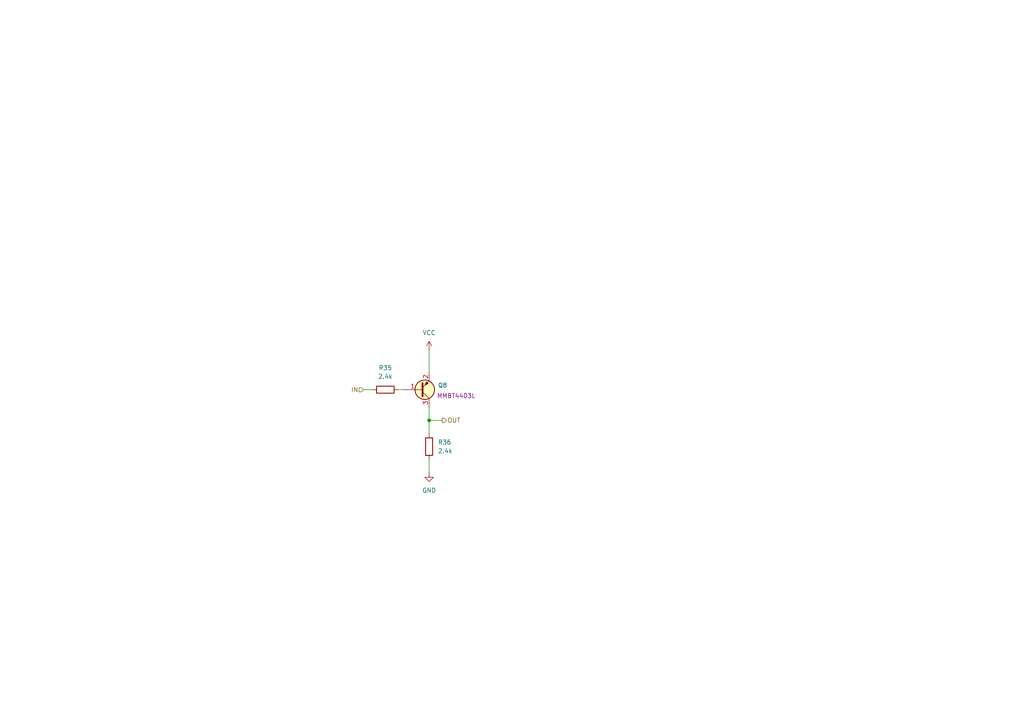
<source format=kicad_sch>
(kicad_sch (version 20250114) (generator "eeschema") (generator_version "9.0")
  (paper "A4")
  (lib_symbols
    (symbol "Resistor_AKL:R_0603" (pin_numbers (hide yes)) (pin_names (offset 0))
      (property "Reference" "R" (at 2.54 1.27 0))
      (property "Value" "R_0603" (at 2.54 -1.27 0))
      (symbol "R_0603_0_1"
        (rectangle (start -1.016 2.54) (end 1.016 -2.54) (stroke (width 0.254)))
      )
      (symbol "R_0603_0_2"
        (polyline (pts (xy -2.54 -2.54) (xy -1.524 -1.524)))
        (polyline (pts (xy 1.524 1.524) (xy 2.54 2.54)))
        (polyline (pts (xy 1.524 1.524) (xy 0.889 2.159) (xy -2.159 -0.889) (xy -0.889 -2.159) (xy 2.159 0.889) (xy 1.524 1.524)) (stroke (width 0.254)))
      )
      (symbol "R_0603_1_1"
        (pin passive line (at 0 3.81 270) (length 1.27) (name "~") (number "1"))
        (pin passive line (at 0 -3.81 90) (length 1.27) (name "~") (number "2"))
      )
      (symbol "R_0603_1_2"
        (pin passive line (at -2.54 -2.54 0) (length 0) (name "") (number "2"))
        (pin passive line (at 2.54 2.54 180) (length 0) (name "") (number "1"))
      )
    )
    (symbol "Transistor_BJT_AKL:2SA2018" (pin_names (hide yes))
      (property "Reference" "Q" (at 5.08 1.27 0))
      (property "Value" "2SA2018" (at 5.08 -1.27 0))
      (symbol "2SA2018_0_1"
        (polyline (pts (xy 0.635 0.635) (xy 2.54 2.54) (xy 2.54 2.54)))
        (polyline (pts (xy 0.635 -0.635) (xy 2.54 -2.54)))
        (polyline (pts (xy 0.635 -1.905) (xy 0.635 1.905) (xy 0.635 1.905)) (stroke (width 0.508)))
        (circle (center 1.27 0) (radius 2.8194) (stroke (width 0.254)) (fill (type background)))
        (polyline (pts (xy 2.286 1.778) (xy 1.778 2.286) (xy 1.27 1.27) (xy 2.286 1.778) (xy 2.286 1.778)) (fill (type outline)))
      )
      (symbol "2SA2018_1_1"
        (pin input line (at -5.08 0 0) (length 5.715) (name "B") (number "1"))
        (pin passive line (at 2.54 5.08 270) (length 2.54) (name "E") (number "2"))
        (pin passive line (at 2.54 -5.08 90) (length 2.54) (name "C") (number "3"))
      )
    )
    (symbol "power:GND" (power) (pin_numbers (hide yes)) (pin_names (offset 0) (hide yes))
      (property "Value" "GND" (at 0 -3.81 0))
      (symbol "GND_0_1"
        (polyline (pts (xy 0 0) (xy 0 -1.27) (xy 1.27 -1.27) (xy 0 -2.54) (xy -1.27 -1.27) (xy 0 -1.27)))
      )
      (symbol "GND_1_1"
        (pin power_in line (at 0 0 270) (length 0) (name "~") (number "1"))
      )
    )
    (symbol "power:VCC" (power) (pin_numbers (hide yes)) (pin_names (offset 0) (hide yes))
      (property "Value" "VCC" (at 0 3.556 0))
      (symbol "VCC_0_1"
        (polyline (pts (xy -0.762 1.27) (xy 0 2.54)))
        (polyline (pts (xy 0 2.54) (xy 0.762 1.27)))
        (polyline (pts (xy 0 0) (xy 0 2.54)))
      )
      (symbol "VCC_1_1"
        (pin power_in line (at 0 0 90) (length 0) (name "~") (number "1"))
      )
    )
  )
  (junction (at 124.46 121.92))
  (wire (pts (xy 124.46 118.11) (xy 124.46 121.92)))
  (wire (pts (xy 124.46 133.35) (xy 124.46 137.16)))
  (wire (pts (xy 124.46 121.92) (xy 124.46 125.73)))
  (wire (pts (xy 115.57 113.03) (xy 116.84 113.03)))
  (wire (pts (xy 105.41 113.03) (xy 107.95 113.03)))
  (wire (pts (xy 124.46 121.92) (xy 128.27 121.92)))
  (wire (pts (xy 124.46 101.6) (xy 124.46 107.95)))
  (hierarchical_label "OUT" (shape output) (at 128.27 121.92 0))
  (hierarchical_label "IN" (shape input) (at 105.41 113.03 180))
  (symbol (lib_id "Transistor_BJT_AKL:2SA2018") (at 121.92 113.03 0) (unit 1)
    (property "Reference" "Q8" (at 127 111.7599 0) (effects (justify left)))
    (property "Value" "2SA2018" (effects (hide yes)))
    (property "Footprint" "Package_TO_SOT_SMD_AKL:SOT-416" (effects (hide yes)))
    (property "Datasheet" "https://www.tme.eu/Document/8bbe87b96a6ee2683f1239fbf67f0559/2sa2018tl-e.pdf" (effects (hide yes)))
    (property "Description" "PNP SOT-416 transistor, 12V, 500mA, 150mW, Alternate KiCAD Library" (effects (hide yes)))
    (property "Part number" "MMBT4403L" (at 132.334 114.808 0))
  )
  (symbol (lib_id "Resistor_AKL:R_0603") (at 111.76 113.03 90) (unit 1)
    (property "Reference" "R35" (at 111.76 106.68 90))
    (property "Value" "2.4k" (at 111.76 109.22 90))
    (property "Footprint" "Resistor_SMD_AKL:R_0603_1608Metric" (effects (hide yes)))
    (property "Description" "SMD 0603 Chip Resistor, European Symbol, Alternate KiCad Library" (effects (hide yes)))
  )
  (symbol (lib_id "Resistor_AKL:R_0603") (at 124.46 129.54 180) (unit 1)
    (property "Reference" "R36" (at 127 128.2699 0) (effects (justify right)))
    (property "Value" "2.4k" (at 127 130.8099 0) (effects (justify right)))
    (property "Footprint" "Resistor_SMD_AKL:R_0603_1608Metric" (effects (hide yes)))
    (property "Description" "SMD 0603 Chip Resistor, European Symbol, Alternate KiCad Library" (effects (hide yes)))
  )
  (symbol (lib_id "power:GND") (at 124.46 137.16 0) (unit 1)
    (property "Reference" "#PWR054" (effects (hide yes)))
    (property "Value" "GND" (at 124.46 142.24 0))
    (property "Description" "Power symbol creates a global label with name \"GND\" , ground" (effects (hide yes)))
  )
  (symbol (lib_id "power:VCC") (at 124.46 101.6 0) (unit 1)
    (property "Reference" "#PWR053" (effects (hide yes)))
    (property "Value" "VCC" (at 124.46 96.52 0))
    (property "Description" "Power symbol creates a global label with name \"VCC\"" (effects (hide yes)))
  )
)
</source>
